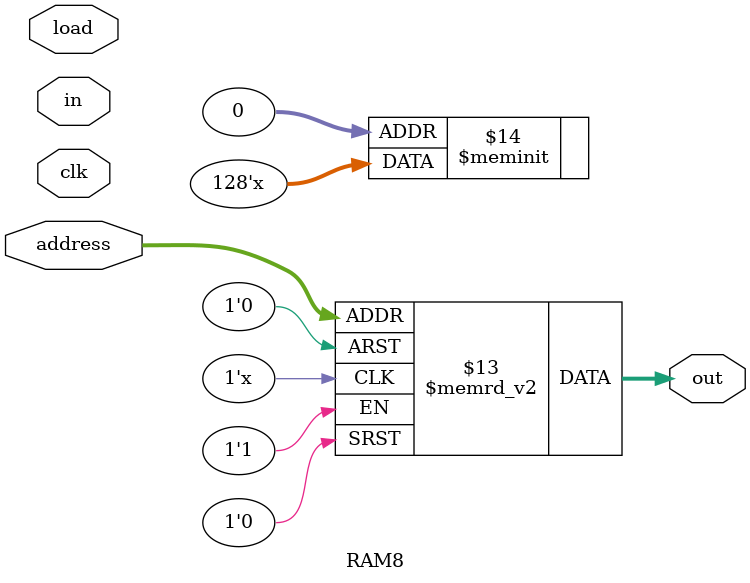
<source format=v>
module RAM8(
    input  [15:0] in,
    input  [2:0]  address,
    input         load,
    input         clk,
    output reg [15:0] out 
);
    reg [15:0] ram [7:0]; // Define 8 registradores de 16 bits cada

    always @ (*) begin
        if (load) begin
            ram[address] <= in; 
        end

        out = ram[address]; 
    end
    
endmodule

</source>
